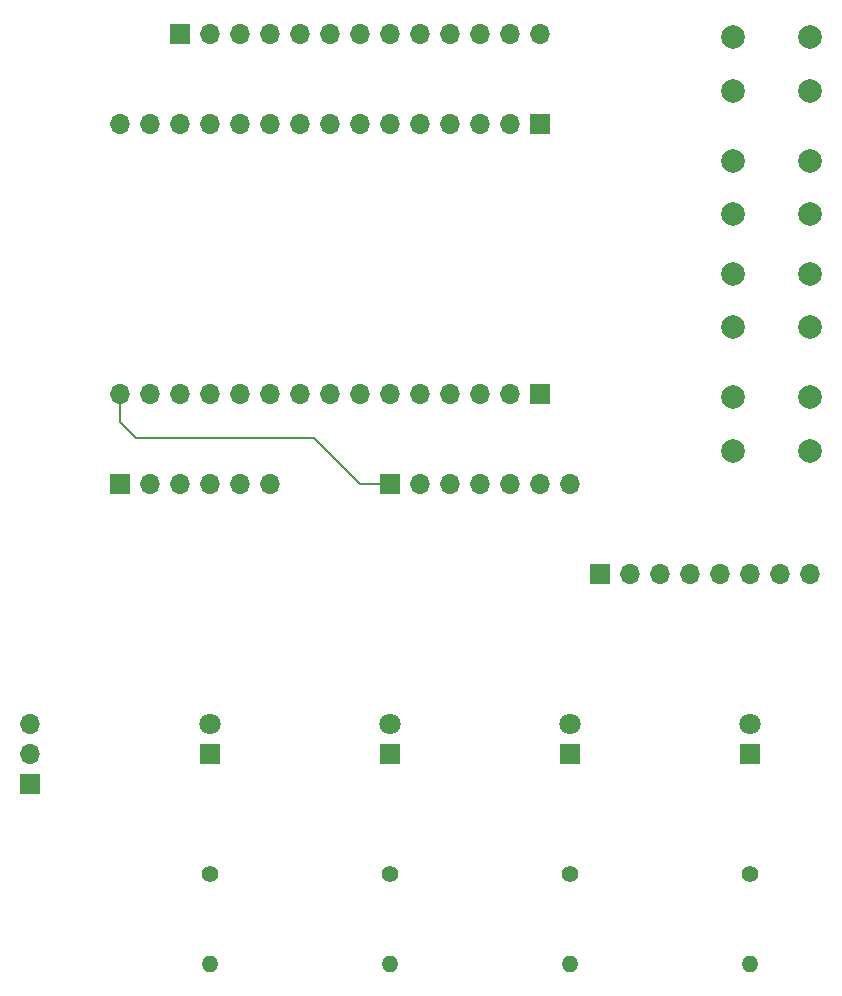
<source format=gbr>
%TF.GenerationSoftware,KiCad,Pcbnew,7.0.5*%
%TF.CreationDate,2024-02-08T14:25:21+05:30*%
%TF.ProjectId,Home Automation,486f6d65-2041-4757-946f-6d6174696f6e,rev?*%
%TF.SameCoordinates,Original*%
%TF.FileFunction,Copper,L1,Top*%
%TF.FilePolarity,Positive*%
%FSLAX46Y46*%
G04 Gerber Fmt 4.6, Leading zero omitted, Abs format (unit mm)*
G04 Created by KiCad (PCBNEW 7.0.5) date 2024-02-08 14:25:21*
%MOMM*%
%LPD*%
G01*
G04 APERTURE LIST*
%TA.AperFunction,ComponentPad*%
%ADD10C,1.400000*%
%TD*%
%TA.AperFunction,ComponentPad*%
%ADD11O,1.400000X1.400000*%
%TD*%
%TA.AperFunction,ComponentPad*%
%ADD12R,1.700000X1.700000*%
%TD*%
%TA.AperFunction,ComponentPad*%
%ADD13O,1.700000X1.700000*%
%TD*%
%TA.AperFunction,ComponentPad*%
%ADD14C,2.000000*%
%TD*%
%TA.AperFunction,ComponentPad*%
%ADD15R,1.800000X1.800000*%
%TD*%
%TA.AperFunction,ComponentPad*%
%ADD16C,1.800000*%
%TD*%
%TA.AperFunction,Conductor*%
%ADD17C,0.200000*%
%TD*%
G04 APERTURE END LIST*
D10*
%TO.P,R3,1*%
%TO.N,Net-(D3-K)*%
X83820000Y-114300000D03*
D11*
%TO.P,R3,2*%
%TO.N,GND*%
X83820000Y-121920000D03*
%TD*%
D12*
%TO.P,J2,1,Pin_1*%
%TO.N,Net-(J2-Pin_1)*%
X96520000Y-73660000D03*
D13*
%TO.P,J2,2,Pin_2*%
%TO.N,Net-(J2-Pin_2)*%
X93980000Y-73660000D03*
%TO.P,J2,3,Pin_3*%
%TO.N,Net-(J2-Pin_3)*%
X91440000Y-73660000D03*
%TO.P,J2,4,Pin_4*%
%TO.N,Net-(J2-Pin_4)*%
X88900000Y-73660000D03*
%TO.P,J2,5,Pin_5*%
%TO.N,Net-(J2-Pin_5)*%
X86360000Y-73660000D03*
%TO.P,J2,6,Pin_6*%
%TO.N,Net-(J2-Pin_6)*%
X83820000Y-73660000D03*
%TO.P,J2,7,Pin_7*%
%TO.N,Net-(J2-Pin_7)*%
X81280000Y-73660000D03*
%TO.P,J2,8,Pin_8*%
%TO.N,Net-(J2-Pin_8)*%
X78740000Y-73660000D03*
%TO.P,J2,9,Pin_9*%
%TO.N,Net-(J2-Pin_9)*%
X76200000Y-73660000D03*
%TO.P,J2,10,Pin_10*%
%TO.N,Net-(J2-Pin_10)*%
X73660000Y-73660000D03*
%TO.P,J2,11,Pin_11*%
%TO.N,Net-(J2-Pin_11)*%
X71120000Y-73660000D03*
%TO.P,J2,12,Pin_12*%
%TO.N,Net-(J2-Pin_12)*%
X68580000Y-73660000D03*
%TO.P,J2,13,Pin_13*%
%TO.N,Net-(J2-Pin_13)*%
X66040000Y-73660000D03*
%TO.P,J2,14,Pin_14*%
%TO.N,Net-(J2-Pin_14)*%
X63500000Y-73660000D03*
%TO.P,J2,15,Pin_15*%
%TO.N,Net-(J2-Pin_15)*%
X60960000Y-73660000D03*
%TD*%
D10*
%TO.P,R1,1*%
%TO.N,Net-(D1-K)*%
X114300000Y-114300000D03*
D11*
%TO.P,R1,2*%
%TO.N,GND*%
X114300000Y-121920000D03*
%TD*%
D10*
%TO.P,R2,1*%
%TO.N,Net-(D2-K)*%
X99060000Y-114300000D03*
D11*
%TO.P,R2,2*%
%TO.N,GND*%
X99060000Y-121920000D03*
%TD*%
D12*
%TO.P,J5,1,Pin_1*%
%TO.N,Net-(D4-A)*%
X101600000Y-88900000D03*
D13*
%TO.P,J5,2,Pin_2*%
%TO.N,Net-(D3-A)*%
X104140000Y-88900000D03*
%TO.P,J5,3,Pin_3*%
%TO.N,Net-(D2-A)*%
X106680000Y-88900000D03*
%TO.P,J5,4,Pin_4*%
%TO.N,Net-(D1-A)*%
X109220000Y-88900000D03*
%TO.P,J5,5,Pin_5*%
%TO.N,Net-(J4-Pin_1)*%
X111760000Y-88900000D03*
%TO.P,J5,6,Pin_6*%
X114300000Y-88900000D03*
%TO.P,J5,7,Pin_7*%
X116840000Y-88900000D03*
%TO.P,J5,8,Pin_8*%
X119380000Y-88900000D03*
%TD*%
D12*
%TO.P,J1,1,Pin_1*%
%TO.N,Net-(J1-Pin_1)*%
X96520000Y-50800000D03*
D13*
%TO.P,J1,2,Pin_2*%
%TO.N,Net-(J1-Pin_2)*%
X93980000Y-50800000D03*
%TO.P,J1,3,Pin_3*%
%TO.N,Net-(J1-Pin_3)*%
X91440000Y-50800000D03*
%TO.P,J1,4,Pin_4*%
%TO.N,Net-(J1-Pin_4)*%
X88900000Y-50800000D03*
%TO.P,J1,5,Pin_5*%
%TO.N,Net-(J1-Pin_5)*%
X86360000Y-50800000D03*
%TO.P,J1,6,Pin_6*%
%TO.N,Net-(J1-Pin_6)*%
X83820000Y-50800000D03*
%TO.P,J1,7,Pin_7*%
%TO.N,Net-(J1-Pin_7)*%
X81280000Y-50800000D03*
%TO.P,J1,8,Pin_8*%
%TO.N,Net-(J1-Pin_8)*%
X78740000Y-50800000D03*
%TO.P,J1,9,Pin_9*%
%TO.N,Net-(J1-Pin_9)*%
X76200000Y-50800000D03*
%TO.P,J1,10,Pin_10*%
%TO.N,Net-(J1-Pin_10)*%
X73660000Y-50800000D03*
%TO.P,J1,11,Pin_11*%
%TO.N,Net-(J1-Pin_11)*%
X71120000Y-50800000D03*
%TO.P,J1,12,Pin_12*%
%TO.N,Net-(J1-Pin_12)*%
X68580000Y-50800000D03*
%TO.P,J1,13,Pin_13*%
%TO.N,Net-(J1-Pin_13)*%
X66040000Y-50800000D03*
%TO.P,J1,14,Pin_14*%
%TO.N,GND*%
X63500000Y-50800000D03*
%TO.P,J1,15,Pin_15*%
%TO.N,Net-(J1-Pin_15)*%
X60960000Y-50800000D03*
%TD*%
D12*
%TO.P,J4,1,Pin_1*%
%TO.N,Net-(J4-Pin_1)*%
X53340000Y-106680000D03*
D13*
%TO.P,J4,2,Pin_2*%
%TO.N,Net-(J1-Pin_15)*%
X53340000Y-104140000D03*
%TO.P,J4,3,Pin_3*%
%TO.N,GND*%
X53340000Y-101600000D03*
%TD*%
D12*
%TO.P,J6,1,Pin_1*%
%TO.N,Net-(J1-Pin_13)*%
X66040000Y-43180000D03*
D13*
%TO.P,J6,2,Pin_2*%
%TO.N,Net-(J1-Pin_12)*%
X68580000Y-43180000D03*
%TO.P,J6,3,Pin_3*%
%TO.N,Net-(J1-Pin_11)*%
X71120000Y-43180000D03*
%TO.P,J6,4,Pin_4*%
%TO.N,Net-(J1-Pin_10)*%
X73660000Y-43180000D03*
%TO.P,J6,5,Pin_5*%
%TO.N,Net-(J1-Pin_9)*%
X76200000Y-43180000D03*
%TO.P,J6,6,Pin_6*%
%TO.N,Net-(J1-Pin_8)*%
X78740000Y-43180000D03*
%TO.P,J6,7,Pin_7*%
%TO.N,Net-(J1-Pin_7)*%
X81280000Y-43180000D03*
%TO.P,J6,8,Pin_8*%
%TO.N,Net-(J1-Pin_6)*%
X83820000Y-43180000D03*
%TO.P,J6,9,Pin_9*%
%TO.N,Net-(J1-Pin_5)*%
X86360000Y-43180000D03*
%TO.P,J6,10,Pin_10*%
%TO.N,Net-(J1-Pin_4)*%
X88900000Y-43180000D03*
%TO.P,J6,11,Pin_11*%
%TO.N,Net-(J1-Pin_3)*%
X91440000Y-43180000D03*
%TO.P,J6,12,Pin_12*%
%TO.N,Net-(J1-Pin_2)*%
X93980000Y-43180000D03*
%TO.P,J6,13,Pin_13*%
%TO.N,Net-(J1-Pin_1)*%
X96520000Y-43180000D03*
%TD*%
D14*
%TO.P,SW4,1,1*%
%TO.N,Net-(J2-Pin_5)*%
X119380000Y-78450000D03*
X112880000Y-78450000D03*
%TO.P,SW4,2,2*%
%TO.N,GND*%
X119380000Y-73950000D03*
X112880000Y-73950000D03*
%TD*%
D15*
%TO.P,D3,1,K*%
%TO.N,Net-(D3-K)*%
X83820000Y-104140000D03*
D16*
%TO.P,D3,2,A*%
%TO.N,Net-(D3-A)*%
X83820000Y-101600000D03*
%TD*%
D14*
%TO.P,SW2,1,1*%
%TO.N,Net-(J2-Pin_7)*%
X119380000Y-58420000D03*
X112880000Y-58420000D03*
%TO.P,SW2,2,2*%
%TO.N,GND*%
X119380000Y-53920000D03*
X112880000Y-53920000D03*
%TD*%
D12*
%TO.P,J3,1,Pin_1*%
%TO.N,Net-(J2-Pin_14)*%
X60960000Y-81280000D03*
D13*
%TO.P,J3,2,Pin_2*%
%TO.N,Net-(J2-Pin_13)*%
X63500000Y-81280000D03*
%TO.P,J3,3,Pin_3*%
%TO.N,Net-(J2-Pin_12)*%
X66040000Y-81280000D03*
%TO.P,J3,4,Pin_4*%
%TO.N,Net-(J2-Pin_11)*%
X68580000Y-81280000D03*
%TO.P,J3,5,Pin_5*%
%TO.N,GND*%
X71120000Y-81280000D03*
%TO.P,J3,6,Pin_6*%
%TO.N,Net-(J1-Pin_15)*%
X73660000Y-81280000D03*
%TD*%
D12*
%TO.P,J7,1,Pin_1*%
%TO.N,Net-(J2-Pin_15)*%
X83820000Y-81280000D03*
D13*
%TO.P,J7,2,Pin_2*%
%TO.N,Net-(J2-Pin_10)*%
X86360000Y-81280000D03*
%TO.P,J7,3,Pin_3*%
%TO.N,Net-(J2-Pin_9)*%
X88900000Y-81280000D03*
%TO.P,J7,4,Pin_4*%
%TO.N,Net-(J2-Pin_4)*%
X91440000Y-81280000D03*
%TO.P,J7,5,Pin_5*%
%TO.N,Net-(J2-Pin_3)*%
X93980000Y-81280000D03*
%TO.P,J7,6,Pin_6*%
%TO.N,Net-(J2-Pin_2)*%
X96520000Y-81280000D03*
%TO.P,J7,7,Pin_7*%
%TO.N,Net-(J2-Pin_1)*%
X99060000Y-81280000D03*
%TD*%
D15*
%TO.P,D1,1,K*%
%TO.N,Net-(D1-K)*%
X114300000Y-104140000D03*
D16*
%TO.P,D1,2,A*%
%TO.N,Net-(D1-A)*%
X114300000Y-101600000D03*
%TD*%
D14*
%TO.P,SW1,1,1*%
%TO.N,Net-(J2-Pin_8)*%
X119380000Y-47970000D03*
X112880000Y-47970000D03*
%TO.P,SW1,2,2*%
%TO.N,GND*%
X119380000Y-43470000D03*
X112880000Y-43470000D03*
%TD*%
D15*
%TO.P,D2,1,K*%
%TO.N,Net-(D2-K)*%
X99060000Y-104140000D03*
D16*
%TO.P,D2,2,A*%
%TO.N,Net-(D2-A)*%
X99060000Y-101600000D03*
%TD*%
D10*
%TO.P,R4,1*%
%TO.N,Net-(D4-K)*%
X68580000Y-114300000D03*
D11*
%TO.P,R4,2*%
%TO.N,GND*%
X68580000Y-121920000D03*
%TD*%
D14*
%TO.P,SW3,1,1*%
%TO.N,Net-(J2-Pin_6)*%
X119380000Y-68000000D03*
X112880000Y-68000000D03*
%TO.P,SW3,2,2*%
%TO.N,GND*%
X119380000Y-63500000D03*
X112880000Y-63500000D03*
%TD*%
D15*
%TO.P,D4,1,K*%
%TO.N,Net-(D4-K)*%
X68580000Y-104140000D03*
D16*
%TO.P,D4,2,A*%
%TO.N,Net-(D4-A)*%
X68580000Y-101600000D03*
%TD*%
D17*
%TO.N,Net-(J2-Pin_15)*%
X83820000Y-81280000D02*
X81280000Y-81280000D01*
X81280000Y-81280000D02*
X77382763Y-77382763D01*
X62273574Y-77382763D02*
X60916338Y-76025527D01*
X77382763Y-77382763D02*
X62273574Y-77382763D01*
X60916338Y-76025527D02*
X60960000Y-75981865D01*
X60960000Y-75981865D02*
X60960000Y-73660000D01*
%TD*%
M02*

</source>
